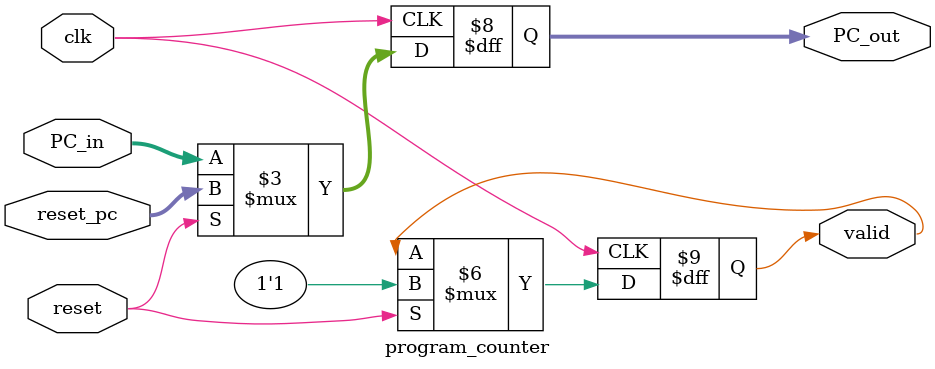
<source format=sv>
module program_counter(clk, reset, reset_pc, PC_in, PC_out, valid);
	input logic clk, reset;
	input logic [31:0] PC_in, reset_pc;
	output logic [31:0] PC_out;
	output logic valid;
	
	// at the clockedge set output to input
	always @(posedge clk) begin
		// if reset set instruction address to specific reset value
		if(reset) begin
			PC_out <= reset_pc;
			valid <= 1'b1;
		end else 
			PC_out <= PC_in;
	end
endmodule 
</source>
